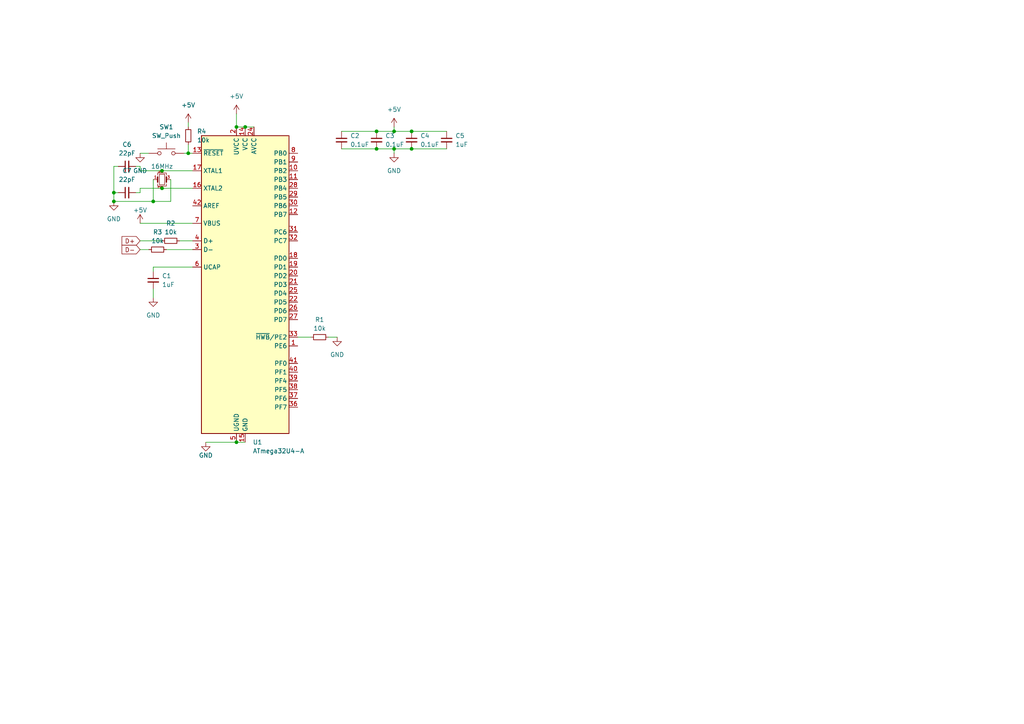
<source format=kicad_sch>
(kicad_sch (version 20230121) (generator eeschema)
  (paper "A4")
  (lib_symbols
    (symbol "Device:C_Small" (pin_numbers hide) (pin_names (offset 0.254) hide)
      (property "Reference" "C" (at 0.254 1.778 0))
      (property "Value" "C_Small" (at 0.254 -2.032 0))
      (symbol "C_Small_0_1"
        (polyline (pts (xy -1.524 -0.508) (xy 1.524 -0.508)) (stroke (width 0.3302)))
        (polyline (pts (xy -1.524 0.508) (xy 1.524 0.508)) (stroke (width 0.3048)))
      )
      (symbol "C_Small_1_1"
        (pin passive line (at 0 2.54 270) (length 2.032) (name "~") (number "1"))
        (pin passive line (at 0 -2.54 90) (length 2.032) (name "~") (number "2"))
      )
    )
    (symbol "Device:Crystal_GND24_Small" (pin_names (offset 1.016) hide)
      (property "Reference" "Y" (at 1.27 4.445 0))
      (property "Value" "Crystal_GND24_Small" (at 1.27 2.54 0))
      (symbol "Crystal_GND24_Small_0_1"
        (rectangle (start -0.762 -1.524) (end 0.762 1.524))
        (polyline (pts (xy -1.27 -0.762) (xy -1.27 0.762)) (stroke (width 0.381)))
        (polyline (pts (xy 1.27 -0.762) (xy 1.27 0.762)) (stroke (width 0.381)))
        (polyline (pts (xy -1.27 -1.27) (xy -1.27 -1.905) (xy 1.27 -1.905) (xy 1.27 -1.27)))
        (polyline (pts (xy -1.27 1.27) (xy -1.27 1.905) (xy 1.27 1.905) (xy 1.27 1.27)))
      )
      (symbol "Crystal_GND24_Small_1_1"
        (pin passive line (at -2.54 0 0) (length 1.27) (name "1") (number "1"))
        (pin passive line (at 0 -2.54 90) (length 0.635) (name "2") (number "2"))
        (pin passive line (at 2.54 0 180) (length 1.27) (name "3") (number "3"))
        (pin passive line (at 0 2.54 270) (length 0.635) (name "4") (number "4"))
      )
    )
    (symbol "Device:R_Small" (pin_numbers hide) (pin_names (offset 0.254) hide)
      (property "Reference" "R" (at 0.762 0.508 0))
      (property "Value" "R_Small" (at 0.762 -1.016 0))
      (symbol "R_Small_0_1"
        (rectangle (start -0.762 1.778) (end 0.762 -1.778) (stroke (width 0.2032)))
      )
      (symbol "R_Small_1_1"
        (pin passive line (at 0 2.54 270) (length 0.762) (name "~") (number "1"))
        (pin passive line (at 0 -2.54 90) (length 0.762) (name "~") (number "2"))
      )
    )
    (symbol "MCU_Microchip_ATmega:ATmega32U4-A"
      (property "Reference" "U" (at -12.7 44.45 0))
      (property "Value" "ATmega32U4-A" (at 2.54 -44.45 0))
      (symbol "ATmega32U4-A_0_1"
        (rectangle (start -12.7 -43.18) (end 12.7 43.18) (stroke (width 0.254)) (fill (type background)))
      )
      (symbol "ATmega32U4-A_1_1"
        (pin bidirectional line (at 15.24 -17.78 180) (length 2.54) (name "PE6") (number "1"))
        (pin bidirectional line (at 15.24 33.02 180) (length 2.54) (name "PB2") (number "10"))
        (pin bidirectional line (at 15.24 30.48 180) (length 2.54) (name "PB3") (number "11"))
        (pin bidirectional line (at 15.24 20.32 180) (length 2.54) (name "PB7") (number "12"))
        (pin input line (at -15.24 38.1 0) (length 2.54) (name "~{RESET}") (number "13"))
        (pin power_in line (at 0 45.72 270) (length 2.54) (name "VCC") (number "14"))
        (pin power_in line (at 0 -45.72 90) (length 2.54) (name "GND") (number "15"))
        (pin output line (at -15.24 27.94 0) (length 2.54) (name "XTAL2") (number "16"))
        (pin input line (at -15.24 33.02 0) (length 2.54) (name "XTAL1") (number "17"))
        (pin bidirectional line (at 15.24 7.62 180) (length 2.54) (name "PD0") (number "18"))
        (pin bidirectional line (at 15.24 5.08 180) (length 2.54) (name "PD1") (number "19"))
        (pin power_in line (at -2.54 45.72 270) (length 2.54) (name "UVCC") (number "2"))
        (pin bidirectional line (at 15.24 2.54 180) (length 2.54) (name "PD2") (number "20"))
        (pin bidirectional line (at 15.24 0 180) (length 2.54) (name "PD3") (number "21"))
        (pin bidirectional line (at 15.24 -5.08 180) (length 2.54) (name "PD5") (number "22"))
        (pin passive line (at 0 -45.72 90) (length 2.54) hide (name "GND") (number "23"))
        (pin power_in line (at 2.54 45.72 270) (length 2.54) (name "AVCC") (number "24"))
        (pin bidirectional line (at 15.24 -2.54 180) (length 2.54) (name "PD4") (number "25"))
        (pin bidirectional line (at 15.24 -7.62 180) (length 2.54) (name "PD6") (number "26"))
        (pin bidirectional line (at 15.24 -10.16 180) (length 2.54) (name "PD7") (number "27"))
        (pin bidirectional line (at 15.24 27.94 180) (length 2.54) (name "PB4") (number "28"))
        (pin bidirectional line (at 15.24 25.4 180) (length 2.54) (name "PB5") (number "29"))
        (pin bidirectional line (at -15.24 10.16 0) (length 2.54) (name "D-") (number "3"))
        (pin bidirectional line (at 15.24 22.86 180) (length 2.54) (name "PB6") (number "30"))
        (pin bidirectional line (at 15.24 15.24 180) (length 2.54) (name "PC6") (number "31"))
        (pin bidirectional line (at 15.24 12.7 180) (length 2.54) (name "PC7") (number "32"))
        (pin bidirectional line (at 15.24 -15.24 180) (length 2.54) (name "~{HWB}/PE2") (number "33"))
        (pin passive line (at 0 45.72 270) (length 2.54) hide (name "VCC") (number "34"))
        (pin passive line (at 0 -45.72 90) (length 2.54) hide (name "GND") (number "35"))
        (pin bidirectional line (at 15.24 -35.56 180) (length 2.54) (name "PF7") (number "36"))
        (pin bidirectional line (at 15.24 -33.02 180) (length 2.54) (name "PF6") (number "37"))
        (pin bidirectional line (at 15.24 -30.48 180) (length 2.54) (name "PF5") (number "38"))
        (pin bidirectional line (at 15.24 -27.94 180) (length 2.54) (name "PF4") (number "39"))
        (pin bidirectional line (at -15.24 12.7 0) (length 2.54) (name "D+") (number "4"))
        (pin bidirectional line (at 15.24 -25.4 180) (length 2.54) (name "PF1") (number "40"))
        (pin bidirectional line (at 15.24 -22.86 180) (length 2.54) (name "PF0") (number "41"))
        (pin passive line (at -15.24 22.86 0) (length 2.54) (name "AREF") (number "42"))
        (pin passive line (at 0 -45.72 90) (length 2.54) hide (name "GND") (number "43"))
        (pin passive line (at 2.54 45.72 270) (length 2.54) hide (name "AVCC") (number "44"))
        (pin passive line (at -2.54 -45.72 90) (length 2.54) (name "UGND") (number "5"))
        (pin passive line (at -15.24 5.08 0) (length 2.54) (name "UCAP") (number "6"))
        (pin input line (at -15.24 17.78 0) (length 2.54) (name "VBUS") (number "7"))
        (pin bidirectional line (at 15.24 38.1 180) (length 2.54) (name "PB0") (number "8"))
        (pin bidirectional line (at 15.24 35.56 180) (length 2.54) (name "PB1") (number "9"))
      )
    )
    (symbol "Switch:SW_Push" (pin_numbers hide) (pin_names (offset 1.016) hide)
      (property "Reference" "SW" (at 1.27 2.54 0))
      (property "Value" "SW_Push" (at 0 -1.524 0))
      (symbol "SW_Push_0_1"
        (circle (center -2.032 0) (radius 0.508))
        (polyline (pts (xy 0 1.27) (xy 0 3.048)))
        (polyline (pts (xy 2.54 1.27) (xy -2.54 1.27)))
        (circle (center 2.032 0) (radius 0.508))
        (pin passive line (at -5.08 0 0) (length 2.54) (name "1") (number "1"))
        (pin passive line (at 5.08 0 180) (length 2.54) (name "2") (number "2"))
      )
    )
    (symbol "power:+5V" (power) (pin_names (offset 0))
      (property "Value" "+5V" (at 0 3.556 0))
      (symbol "+5V_0_1"
        (polyline (pts (xy -0.762 1.27) (xy 0 2.54)))
        (polyline (pts (xy 0 0) (xy 0 2.54)))
        (polyline (pts (xy 0 2.54) (xy 0.762 1.27)))
      )
      (symbol "+5V_1_1"
        (pin power_in line (at 0 0 90) (length 0) hide (name "+5V") (number "1"))
      )
    )
    (symbol "power:GND" (power) (pin_names (offset 0))
      (property "Value" "GND" (at 0 -3.81 0))
      (symbol "GND_0_1"
        (polyline (pts (xy 0 0) (xy 0 -1.27) (xy 1.27 -1.27) (xy 0 -2.54) (xy -1.27 -1.27) (xy 0 -1.27)))
      )
      (symbol "GND_1_1"
        (pin power_in line (at 0 0 270) (length 0) hide (name "GND") (number "1"))
      )
    )
  )
  (junction (at 114.3 43.18))
  (junction (at 119.38 43.18))
  (junction (at 33.02 58.42))
  (junction (at 33.02 55.88))
  (junction (at 68.58 36.83))
  (junction (at 68.58 128.27))
  (junction (at 109.22 43.18))
  (junction (at 109.22 38.1))
  (junction (at 46.99 54.61))
  (junction (at 114.3 38.1))
  (junction (at 54.61 44.45))
  (junction (at 71.12 36.83))
  (junction (at 46.99 49.53))
  (junction (at 119.38 38.1))
  (junction (at 44.45 58.42))
  (wire (pts (xy 44.45 58.42) (xy 49.53 58.42)))
  (wire (pts (xy 114.3 43.18) (xy 114.3 44.45)))
  (wire (pts (xy 48.26 72.39) (xy 55.88 72.39)))
  (wire (pts (xy 54.61 35.56) (xy 54.61 36.83)))
  (wire (pts (xy 46.99 49.53) (xy 55.88 49.53)))
  (wire (pts (xy 40.64 72.39) (xy 43.18 72.39)))
  (wire (pts (xy 40.64 49.53) (xy 46.99 49.53)))
  (wire (pts (xy 119.38 38.1) (xy 129.54 38.1)))
  (wire (pts (xy 46.99 54.61) (xy 55.88 54.61)))
  (wire (pts (xy 54.61 41.91) (xy 54.61 44.45)))
  (wire (pts (xy 40.64 69.85) (xy 46.99 69.85)))
  (wire (pts (xy 68.58 128.27) (xy 71.12 128.27)))
  (wire (pts (xy 68.58 36.83) (xy 71.12 36.83)))
  (wire (pts (xy 109.22 38.1) (xy 114.3 38.1)))
  (wire (pts (xy 86.36 97.79) (xy 90.17 97.79)))
  (wire (pts (xy 114.3 36.83) (xy 114.3 38.1)))
  (wire (pts (xy 40.64 44.45) (xy 43.18 44.45)))
  (wire (pts (xy 49.53 52.07) (xy 49.53 58.42)))
  (wire (pts (xy 99.06 43.18) (xy 109.22 43.18)))
  (wire (pts (xy 59.69 128.27) (xy 68.58 128.27)))
  (wire (pts (xy 44.45 83.82) (xy 44.45 86.36)))
  (wire (pts (xy 39.37 48.26) (xy 40.64 48.26)))
  (wire (pts (xy 68.58 33.02) (xy 68.58 36.83)))
  (wire (pts (xy 95.25 97.79) (xy 97.79 97.79)))
  (wire (pts (xy 119.38 43.18) (xy 129.54 43.18)))
  (wire (pts (xy 114.3 38.1) (xy 119.38 38.1)))
  (wire (pts (xy 40.64 55.88) (xy 40.64 54.61)))
  (wire (pts (xy 44.45 77.47) (xy 44.45 78.74)))
  (wire (pts (xy 55.88 77.47) (xy 44.45 77.47)))
  (wire (pts (xy 34.29 48.26) (xy 33.02 48.26)))
  (wire (pts (xy 33.02 58.42) (xy 44.45 58.42)))
  (wire (pts (xy 109.22 43.18) (xy 114.3 43.18)))
  (wire (pts (xy 33.02 48.26) (xy 33.02 55.88)))
  (wire (pts (xy 54.61 44.45) (xy 55.88 44.45)))
  (wire (pts (xy 40.64 64.77) (xy 55.88 64.77)))
  (wire (pts (xy 44.45 52.07) (xy 44.45 58.42)))
  (wire (pts (xy 114.3 43.18) (xy 119.38 43.18)))
  (wire (pts (xy 39.37 55.88) (xy 40.64 55.88)))
  (wire (pts (xy 99.06 38.1) (xy 109.22 38.1)))
  (wire (pts (xy 71.12 36.83) (xy 73.66 36.83)))
  (wire (pts (xy 40.64 48.26) (xy 40.64 49.53)))
  (wire (pts (xy 33.02 55.88) (xy 34.29 55.88)))
  (wire (pts (xy 40.64 54.61) (xy 46.99 54.61)))
  (wire (pts (xy 33.02 55.88) (xy 33.02 58.42)))
  (wire (pts (xy 52.07 69.85) (xy 55.88 69.85)))
  (wire (pts (xy 53.34 44.45) (xy 54.61 44.45)))
  (global_label "D-" (shape input) (at 40.64 72.39 180) (property "Intersheetrefs" "${INTERSHEET_REFS}" (effects hide)))
  (global_label "D+" (shape input) (at 40.64 69.85 180) (property "Intersheetrefs" "${INTERSHEET_REFS}" (effects hide)))
  (symbol (lib_id "Device:R_Small") (at 92.71 97.79 90) (unit 1)
    (property "Reference" "R1" (at 92.71 92.71 90))
    (property "Value" "10k" (at 92.71 95.25 90))
  )
  (symbol (lib_id "power:+5V") (at 40.64 64.77 0) (unit 1)
    (property "Reference" "#PWR07" (effects hide))
    (property "Value" "+5V" (at 40.64 60.96 0))
  )
  (symbol (lib_id "Device:C_Small") (at 36.83 48.26 90) (unit 1)
    (property "Reference" "C6" (at 36.8363 41.91 90))
    (property "Value" "22pF" (at 36.8363 44.45 90))
  )
  (symbol (lib_id "Device:R_Small") (at 49.53 69.85 90) (unit 1)
    (property "Reference" "R2" (at 49.53 64.77 90))
    (property "Value" "10k" (at 49.53 67.31 90))
  )
  (symbol (lib_id "power:GND") (at 59.69 128.27 0) (unit 1)
    (property "Reference" "#PWR02" (effects hide))
    (property "Value" "GND" (at 59.69 132.08 0))
  )
  (symbol (lib_id "Device:C_Small") (at 99.06 40.64 0) (unit 1)
    (property "Reference" "C2" (at 101.6 39.3763 0) (effects (justify left)))
    (property "Value" "0.1uF" (at 101.6 41.9163 0) (effects (justify left)))
  )
  (symbol (lib_id "Switch:SW_Push") (at 48.26 44.45 0) (unit 1)
    (property "Reference" "SW1" (at 48.26 36.83 0))
    (property "Value" "SW_Push" (at 48.26 39.37 0))
  )
  (symbol (lib_id "Device:C_Small") (at 119.38 40.64 0) (unit 1)
    (property "Reference" "C4" (at 121.92 39.3763 0) (effects (justify left)))
    (property "Value" "0.1uF" (at 121.92 41.9163 0) (effects (justify left)))
  )
  (symbol (lib_id "Device:C_Small") (at 129.54 40.64 0) (unit 1)
    (property "Reference" "C5" (at 132.08 39.3763 0) (effects (justify left)))
    (property "Value" "1uF" (at 132.08 41.9163 0) (effects (justify left)))
  )
  (symbol (lib_id "Device:C_Small") (at 36.83 55.88 90) (unit 1)
    (property "Reference" "C7" (at 36.8363 49.53 90))
    (property "Value" "22pF" (at 36.8363 52.07 90))
  )
  (symbol (lib_id "power:GND") (at 44.45 86.36 0) (unit 1)
    (property "Reference" "#PWR04" (effects hide))
    (property "Value" "GND" (at 44.45 91.44 0))
  )
  (symbol (lib_id "Device:R_Small") (at 54.61 39.37 0) (unit 1)
    (property "Reference" "R4" (at 57.15 38.1 0) (effects (justify left)))
    (property "Value" "10k" (at 57.15 40.64 0) (effects (justify left)))
  )
  (symbol (lib_id "power:+5V") (at 114.3 36.83 0) (unit 1)
    (property "Reference" "#PWR05" (effects hide))
    (property "Value" "+5V" (at 114.3 31.75 0))
  )
  (symbol (lib_id "power:GND") (at 114.3 44.45 0) (unit 1)
    (property "Reference" "#PWR06" (effects hide))
    (property "Value" "GND" (at 114.3 49.53 0))
  )
  (symbol (lib_id "Device:C_Small") (at 109.22 40.64 0) (unit 1)
    (property "Reference" "C3" (at 111.76 39.3763 0) (effects (justify left)))
    (property "Value" "0.1uF" (at 111.76 41.9163 0) (effects (justify left)))
  )
  (symbol (lib_id "Device:R_Small") (at 45.72 72.39 90) (unit 1)
    (property "Reference" "R3" (at 45.72 67.31 90))
    (property "Value" "10k" (at 45.72 69.85 90))
  )
  (symbol (lib_id "power:+5V") (at 54.61 35.56 0) (unit 1)
    (property "Reference" "#PWR010" (effects hide))
    (property "Value" "+5V" (at 54.61 30.48 0))
  )
  (symbol (lib_id "power:GND") (at 97.79 97.79 0) (unit 1)
    (property "Reference" "#PWR03" (effects hide))
    (property "Value" "GND" (at 97.79 102.87 0))
  )
  (symbol (lib_id "power:GND") (at 40.64 44.45 0) (unit 1)
    (property "Reference" "#PWR09" (effects hide))
    (property "Value" "GND" (at 40.64 49.53 0))
  )
  (symbol (lib_id "MCU_Microchip_ATmega:ATmega32U4-A") (at 71.12 82.55 0) (unit 1)
    (property "Reference" "U1" (at 73.3141 128.27 0) (effects (justify left)))
    (property "Value" "ATmega32U4-A" (at 73.3141 130.81 0) (effects (justify left)))
    (property "Footprint" "Package_QFP:TQFP-44_10x10mm_P0.8mm" (effects hide))
    (property "Datasheet" "http://ww1.microchip.com/downloads/en/DeviceDoc/Atmel-7766-8-bit-AVR-ATmega16U4-32U4_Datasheet.pdf" (effects hide))
  )
  (symbol (lib_id "Device:Crystal_GND24_Small") (at 46.99 52.07 0) (unit 1)
    (property "Reference" "Y1" (effects hide))
    (property "Value" "16MHz" (at 46.99 48.26 0))
  )
  (symbol (lib_id "power:GND") (at 33.02 58.42 0) (unit 1)
    (property "Reference" "#PWR08" (effects hide))
    (property "Value" "GND" (at 33.02 63.5 0))
  )
  (symbol (lib_id "power:+5V") (at 68.58 33.02 0) (unit 1)
    (property "Reference" "#PWR01" (effects hide))
    (property "Value" "+5V" (at 68.58 27.94 0))
  )
  (symbol (lib_id "Device:C_Small") (at 44.45 81.28 0) (unit 1)
    (property "Reference" "C1" (at 46.99 80.0163 0) (effects (justify left)))
    (property "Value" "1uF" (at 46.99 82.5563 0) (effects (justify left)))
  )
)
</source>
